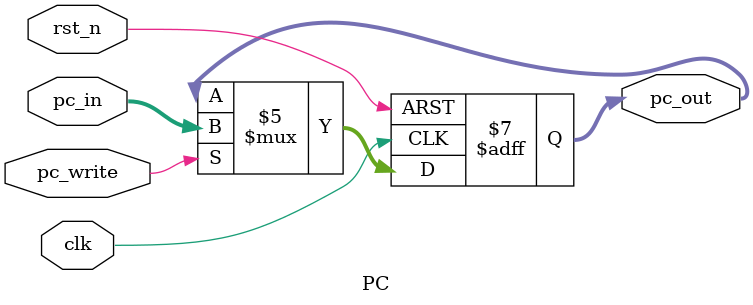
<source format=v>
/************************************************* 
 
Copyright:Call_Me_ZK

File name:PC.v

Author:ZK
 
Date:2020-08-6 
 
Description:

  Program Counter程序计数器, 保存当前指令的地址. 复位时
  归零, 否则在时钟上升到来时将pc_in写入到内部寄存器并输出.
  
  2020-8-16:
  为适配流水线, 加入pc_write信号, 当出现read after load hazard
  时pc_write为0, PC的值不回改变, 延长一个周期


**************************************************/

module PC

	#(parameter PC_width = 32)
	
(clk, rst_n, pc_in, pc_write, pc_out);

	//端口定义
	input clk, rst_n, pc_write;
	input [PC_width-1:0] pc_in;
	output reg[PC_width-1:0] pc_out;
	
	always@(posedge clk or negedge rst_n) begin
		if(!rst_n)
			pc_out <= 0;
		else if(pc_write == 1'b1)
			pc_out <= pc_in;
		else
			pc_out <= pc_out;
	end
endmodule






</source>
